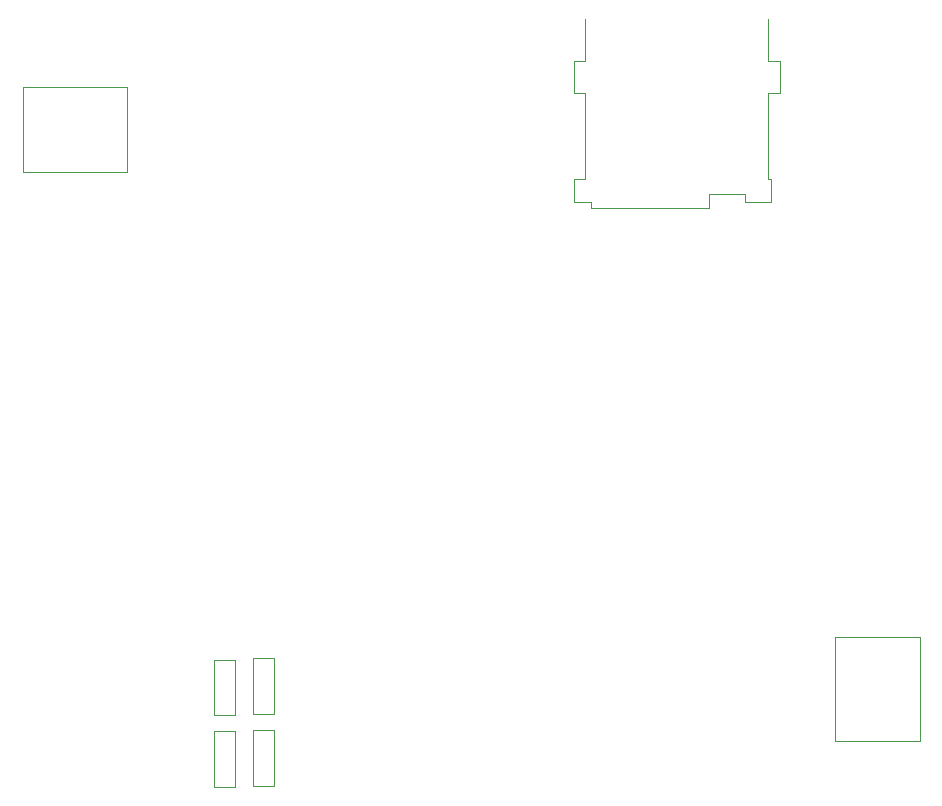
<source format=gbr>
G04 #@! TF.FileFunction,Other,User*
%FSLAX46Y46*%
G04 Gerber Fmt 4.6, Leading zero omitted, Abs format (unit mm)*
G04 Created by KiCad (PCBNEW 4.0.7) date Sat Feb 17 21:33:09 2018*
%MOMM*%
%LPD*%
G01*
G04 APERTURE LIST*
%ADD10C,0.150000*%
%ADD11C,0.050000*%
G04 APERTURE END LIST*
D10*
D11*
X75195000Y-97790500D02*
X75195000Y-93090500D01*
X75195000Y-97790500D02*
X73395000Y-97790500D01*
X73395000Y-93090500D02*
X75195000Y-93090500D01*
X73395000Y-93090500D02*
X73395000Y-97790500D01*
X78497000Y-97727000D02*
X78497000Y-93027000D01*
X78497000Y-97727000D02*
X76697000Y-97727000D01*
X76697000Y-93027000D02*
X78497000Y-93027000D01*
X76697000Y-93027000D02*
X76697000Y-97727000D01*
X104835500Y-32838000D02*
X104835500Y-36338000D01*
X104835500Y-36338000D02*
X103835500Y-36338000D01*
X103835500Y-36338000D02*
X103835500Y-39088000D01*
X103835500Y-39088000D02*
X104835500Y-39088000D01*
X104835500Y-39088000D02*
X104835500Y-46338000D01*
X104835500Y-46338000D02*
X103835500Y-46338000D01*
X103835500Y-46338000D02*
X103835500Y-48338000D01*
X103835500Y-48338000D02*
X105335500Y-48338000D01*
X105335500Y-48338000D02*
X105335500Y-48838000D01*
X105335500Y-48838000D02*
X115335500Y-48838000D01*
X115335500Y-48838000D02*
X115335500Y-47588000D01*
X115335500Y-47588000D02*
X118335500Y-47588000D01*
X118335500Y-47588000D02*
X118335500Y-48338000D01*
X118335500Y-48338000D02*
X120585500Y-48338000D01*
X120585500Y-48338000D02*
X120585500Y-46338000D01*
X120585500Y-46338000D02*
X120335500Y-46338000D01*
X120335500Y-46338000D02*
X120335500Y-39088000D01*
X120335500Y-39088000D02*
X121335500Y-39088000D01*
X121335500Y-39088000D02*
X121335500Y-36338000D01*
X121335500Y-36338000D02*
X120335500Y-36338000D01*
X120335500Y-36338000D02*
X120335500Y-32838000D01*
X75195000Y-91758000D02*
X75195000Y-87058000D01*
X75195000Y-91758000D02*
X73395000Y-91758000D01*
X73395000Y-87058000D02*
X75195000Y-87058000D01*
X73395000Y-87058000D02*
X73395000Y-91758000D01*
X78497000Y-91631000D02*
X78497000Y-86931000D01*
X78497000Y-91631000D02*
X76697000Y-91631000D01*
X76697000Y-86931000D02*
X78497000Y-86931000D01*
X76697000Y-86931000D02*
X76697000Y-91631000D01*
X133140000Y-85135000D02*
X133140000Y-93935000D01*
X125940000Y-85135000D02*
X133140000Y-85135000D01*
X125940000Y-93935000D02*
X125940000Y-85135000D01*
X133140000Y-93935000D02*
X125940000Y-93935000D01*
X65995000Y-45764000D02*
X57195000Y-45764000D01*
X65995000Y-38564000D02*
X65995000Y-45764000D01*
X57195000Y-38564000D02*
X65995000Y-38564000D01*
X57195000Y-45764000D02*
X57195000Y-38564000D01*
M02*

</source>
